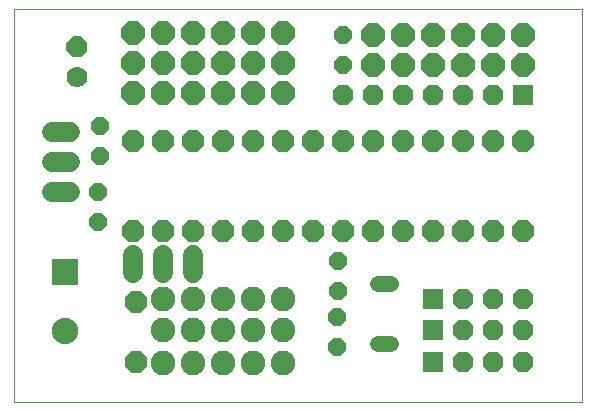
<source format=gbs>
G75*
G70*
%OFA0B0*%
%FSLAX24Y24*%
%IPPOS*%
%LPD*%
%AMOC8*
5,1,8,0,0,1.08239X$1,22.5*
%
%ADD10C,0.0000*%
%ADD11OC8,0.0710*%
%ADD12OC8,0.0740*%
%ADD13OC8,0.0780*%
%ADD14OC8,0.0600*%
%ADD15C,0.0520*%
%ADD16C,0.0680*%
%ADD17R,0.0880X0.0880*%
%ADD18C,0.0880*%
%ADD19OC8,0.0700*%
%ADD20C,0.0700*%
%ADD21C,0.0820*%
%ADD22R,0.0680X0.0680*%
%ADD23OC8,0.0680*%
D10*
X000100Y000100D02*
X000100Y013196D01*
X019020Y013196D01*
X019020Y000100D01*
X000100Y000100D01*
D11*
X004050Y005800D03*
X005050Y005800D03*
X006050Y005800D03*
X007050Y005800D03*
X008050Y005800D03*
X009050Y005800D03*
X010050Y005800D03*
X011050Y005800D03*
X012050Y005800D03*
X013050Y005800D03*
X014050Y005800D03*
X015050Y005800D03*
X016050Y005800D03*
X017050Y005800D03*
X017050Y008800D03*
X016050Y008800D03*
X015050Y008800D03*
X014050Y008800D03*
X013050Y008800D03*
X012050Y008800D03*
X011050Y008800D03*
X010050Y008800D03*
X009050Y008800D03*
X008050Y008800D03*
X007050Y008800D03*
X006050Y008800D03*
X005050Y008800D03*
X004050Y008800D03*
D12*
X004150Y003450D03*
X004150Y001450D03*
D13*
X004050Y010400D03*
X005050Y010400D03*
X006050Y010400D03*
X007050Y010400D03*
X008050Y010400D03*
X009050Y010400D03*
X009050Y011400D03*
X008050Y011400D03*
X007050Y011400D03*
X006050Y011400D03*
X005050Y011400D03*
X004050Y011400D03*
X004050Y012400D03*
X005050Y012400D03*
X006050Y012400D03*
X007050Y012400D03*
X008050Y012400D03*
X009050Y012400D03*
X012050Y012350D03*
X013050Y012350D03*
X014050Y012350D03*
X015050Y012350D03*
X016050Y012350D03*
X017050Y012350D03*
X017050Y011350D03*
X016050Y011350D03*
X015050Y011350D03*
X014050Y011350D03*
X013050Y011350D03*
X012050Y011350D03*
D14*
X011050Y011350D03*
X011050Y012350D03*
X002950Y009300D03*
X002950Y008300D03*
X002900Y007100D03*
X002900Y006100D03*
X010850Y002950D03*
X010900Y003800D03*
X010900Y004800D03*
X010850Y001950D03*
D15*
X012230Y002050D02*
X012670Y002050D01*
X012670Y004050D02*
X012230Y004050D01*
D16*
X006050Y004400D02*
X006050Y005000D01*
X005050Y005000D02*
X005050Y004400D01*
X004050Y004400D02*
X004050Y005000D01*
X001950Y007100D02*
X001350Y007100D01*
X001350Y008100D02*
X001950Y008100D01*
X001950Y009100D02*
X001350Y009100D01*
D17*
X001800Y004450D03*
D18*
X001800Y002481D03*
D19*
X002200Y011950D03*
D20*
X002200Y010950D03*
D21*
X005050Y003550D03*
X006050Y003550D03*
X007050Y003550D03*
X008050Y003550D03*
X009050Y003550D03*
X009050Y002500D03*
X008050Y002500D03*
X007050Y002500D03*
X006050Y002500D03*
X005050Y002500D03*
X005050Y001400D03*
X006050Y001400D03*
X007050Y001400D03*
X008050Y001400D03*
X009050Y001400D03*
D22*
X014050Y001450D03*
X014050Y002500D03*
X014050Y003550D03*
X017050Y010350D03*
D23*
X016050Y010350D03*
X015050Y010350D03*
X014050Y010350D03*
X013050Y010350D03*
X012050Y010350D03*
X011050Y010350D03*
X015050Y003550D03*
X016050Y003550D03*
X017050Y003550D03*
X017050Y002500D03*
X016050Y002500D03*
X015050Y002500D03*
X015050Y001450D03*
X016050Y001450D03*
X017050Y001450D03*
M02*

</source>
